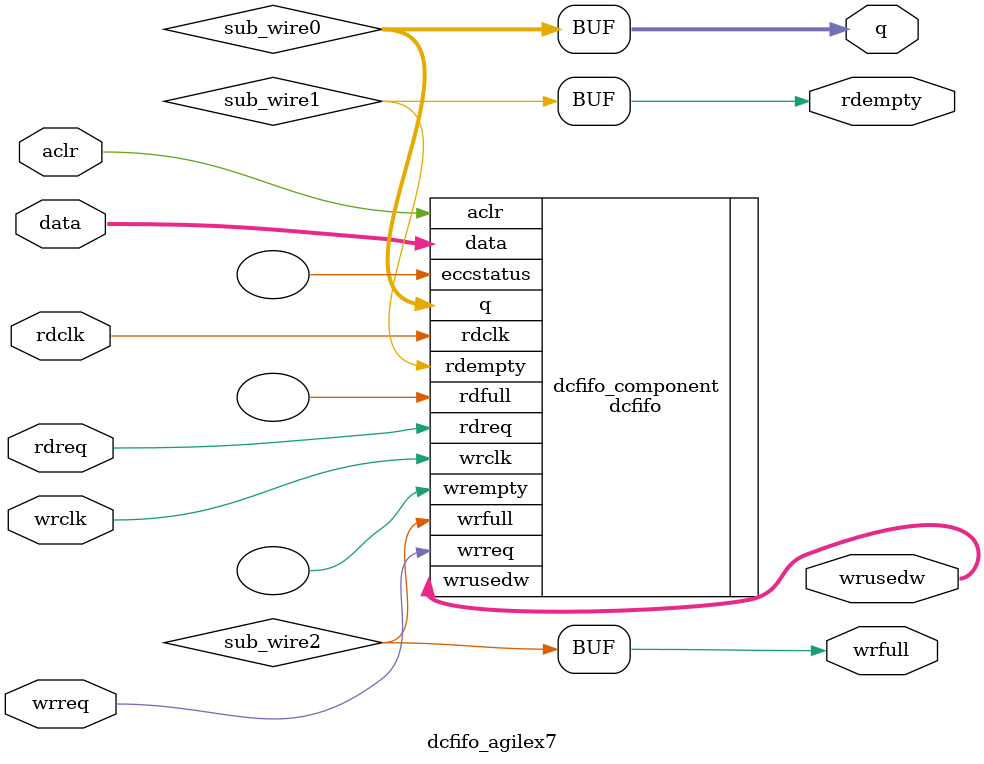
<source format=sv>



`timescale 1 ps / 1 ps
// synopsys translate_on
module  dcfifo_agilex7 #(
    parameter WIDTH = 512,
    parameter DEPTH = 8,
    parameter EXTRA_SYNC_STAGES = 0,
    parameter SHOWAHEAD = "OFF",
    parameter FORCE_MLAB = 0
) (
    aclr,
    data,
    rdclk,
    rdreq,
    wrclk,
    wrreq,
    q,
    rdempty,
    wrfull,
    wrusedw);

    input    aclr;
    input  [WIDTH-1:0]  data;
    input    rdclk;
    input    rdreq;
    input    wrclk;
    input    wrreq;
    output [WIDTH-1:0]  q;
    output   rdempty;
    output   wrfull;
    output [$clog2(DEPTH):0]  wrusedw;
`ifndef ALTERA_RESERVED_QIS
// synopsys translate_off
`endif
    tri0     aclr;
`ifndef ALTERA_RESERVED_QIS
// synopsys translate_on
`endif

    wire [WIDTH-1:0] sub_wire0;
    wire  sub_wire1;
    wire  sub_wire2;
    wire [WIDTH-1:0] q = sub_wire0[WIDTH-1:0];
    wire  rdempty = sub_wire1;
    wire  wrfull = sub_wire2;

    dcfifo  dcfifo_component (
        .aclr (aclr),
        .data (data),
        .rdclk (rdclk),
        .rdreq (rdreq),
        .wrclk (wrclk),
        .wrreq (wrreq),
        .q (sub_wire0),
        .rdempty (sub_wire1),
        .wrfull (sub_wire2),
        .wrusedw (wrusedw),
        .eccstatus (),
        .rdfull (),
        .wrempty ());
    defparam
        dcfifo_component.add_usedw_msb_bit  = "ON",
        dcfifo_component.enable_ecc  = "FALSE",
        dcfifo_component.intended_device_family  = "Agilex 7",
        dcfifo_component.lpm_hint  = (FORCE_MLAB == 1) ? "DISABLE_DCFIFO_EMBEDDED_TIMING_CONSTRAINT=TRUE,RAM_BLOCK_TYPE=MLAB" : "DISABLE_DCFIFO_EMBEDDED_TIMING_CONSTRAINT=TRUE",
        dcfifo_component.lpm_numwords  = DEPTH,
        dcfifo_component.lpm_showahead  = SHOWAHEAD,
        dcfifo_component.lpm_type  = "dcfifo",
        dcfifo_component.lpm_width  = WIDTH,
        dcfifo_component.lpm_widthu  = $clog2(DEPTH) + 1,
        dcfifo_component.overflow_checking  = "OFF",
        dcfifo_component.rdsync_delaypipe  = 4 + EXTRA_SYNC_STAGES,
        dcfifo_component.read_aclr_synch  = "ON",
        dcfifo_component.underflow_checking  = "OFF",
        dcfifo_component.use_eab  = "ON",
        dcfifo_component.write_aclr_synch  = "ON",
        dcfifo_component.wrsync_delaypipe  = 4 + EXTRA_SYNC_STAGES;

endmodule



</source>
